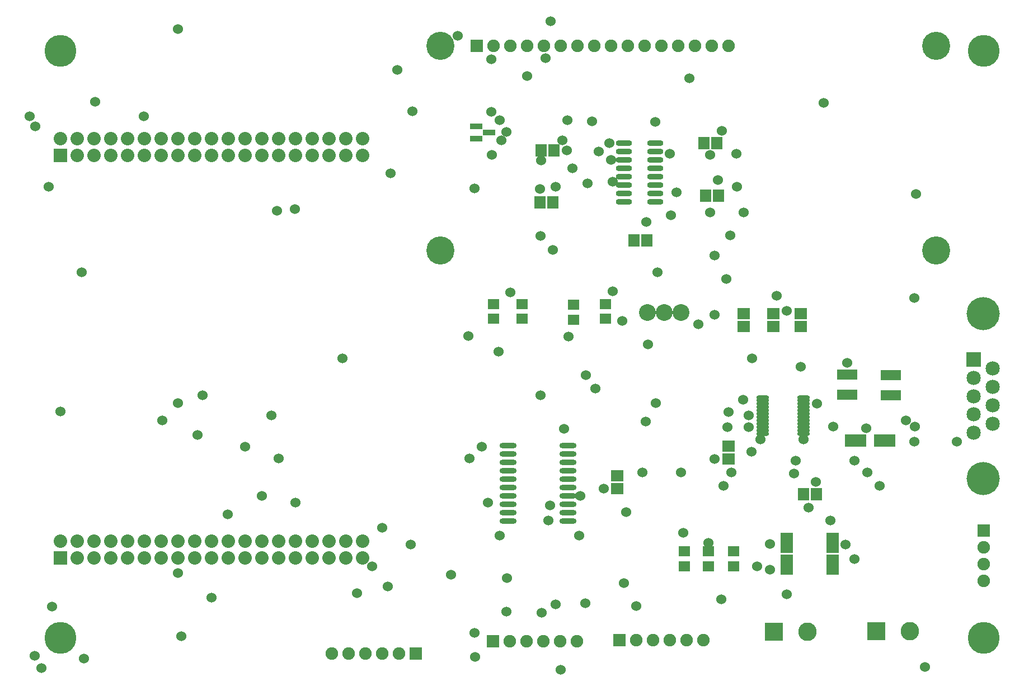
<source format=gts>
G04*
G04 #@! TF.GenerationSoftware,Altium Limited,Altium Designer,18.1.9 (240)*
G04*
G04 Layer_Color=8388736*
%FSLAX25Y25*%
%MOIN*%
G70*
G01*
G75*
%ADD16R,0.07693X0.12417*%
%ADD17R,0.12811X0.07299*%
%ADD18R,0.07299X0.06906*%
%ADD19O,0.07496X0.02378*%
%ADD20R,0.12024X0.06315*%
%ADD21R,0.06709X0.05921*%
%ADD22R,0.06906X0.07299*%
%ADD23R,0.07693X0.03362*%
%ADD24O,0.10055X0.03362*%
%ADD25O,0.09661X0.03362*%
%ADD26R,0.07500X0.07500*%
%ADD27C,0.07500*%
%ADD28R,0.11000X0.11000*%
%ADD29C,0.11000*%
%ADD30R,0.07500X0.07500*%
%ADD31C,0.10000*%
%ADD32C,0.08000*%
%ADD33R,0.08000X0.08000*%
%ADD34C,0.08500*%
%ADD35R,0.08500X0.08500*%
%ADD36C,0.19740*%
%ADD37C,0.06000*%
%ADD38C,0.16748*%
%ADD39C,0.19000*%
D16*
X457500Y67905D02*
D03*
Y81094D02*
D03*
X485000Y67905D02*
D03*
Y81094D02*
D03*
D17*
X515823Y142000D02*
D03*
X498500D02*
D03*
D18*
X449500Y210161D02*
D03*
Y217839D02*
D03*
X466000Y210161D02*
D03*
Y217839D02*
D03*
X432000Y217839D02*
D03*
Y210161D02*
D03*
X423000Y131161D02*
D03*
Y138839D02*
D03*
X356500Y113323D02*
D03*
Y121000D02*
D03*
D19*
X467606Y146173D02*
D03*
Y148142D02*
D03*
Y150110D02*
D03*
Y152079D02*
D03*
Y154047D02*
D03*
Y156016D02*
D03*
Y157984D02*
D03*
Y159953D02*
D03*
Y161921D02*
D03*
Y163890D02*
D03*
Y165858D02*
D03*
Y167827D02*
D03*
X443394Y146173D02*
D03*
Y148142D02*
D03*
Y150110D02*
D03*
Y152079D02*
D03*
Y154047D02*
D03*
Y156016D02*
D03*
Y157984D02*
D03*
Y159953D02*
D03*
Y161921D02*
D03*
Y163890D02*
D03*
Y165858D02*
D03*
Y167827D02*
D03*
D20*
X493500Y169496D02*
D03*
Y181504D02*
D03*
X519500Y181000D02*
D03*
Y168992D02*
D03*
D21*
X396500Y67071D02*
D03*
Y75929D02*
D03*
X411000Y67071D02*
D03*
Y75929D02*
D03*
X426000Y67071D02*
D03*
Y75929D02*
D03*
X300000Y214571D02*
D03*
Y223429D02*
D03*
X349500Y214571D02*
D03*
Y223429D02*
D03*
X283000Y214571D02*
D03*
Y223429D02*
D03*
X330500Y222929D02*
D03*
Y214071D02*
D03*
D22*
X467661Y110000D02*
D03*
X475339D02*
D03*
X311161Y315000D02*
D03*
X318839D02*
D03*
X310500Y284000D02*
D03*
X318177D02*
D03*
X409161Y288000D02*
D03*
X416839D02*
D03*
X366661Y261500D02*
D03*
X374339D02*
D03*
X408161Y319500D02*
D03*
X415839D02*
D03*
D23*
X272500Y329480D02*
D03*
Y322000D02*
D03*
X280374Y325740D02*
D03*
D24*
X327413Y94000D02*
D03*
Y99000D02*
D03*
Y104000D02*
D03*
Y109000D02*
D03*
Y114000D02*
D03*
Y119000D02*
D03*
Y124000D02*
D03*
Y129000D02*
D03*
Y134000D02*
D03*
Y139000D02*
D03*
X291587Y94000D02*
D03*
Y99000D02*
D03*
Y104000D02*
D03*
Y109000D02*
D03*
Y114000D02*
D03*
Y119000D02*
D03*
Y124000D02*
D03*
Y129000D02*
D03*
Y134000D02*
D03*
Y139000D02*
D03*
D25*
X360551Y319500D02*
D03*
Y314500D02*
D03*
Y309500D02*
D03*
Y304500D02*
D03*
Y299500D02*
D03*
Y294500D02*
D03*
Y289500D02*
D03*
Y284500D02*
D03*
X379449Y319500D02*
D03*
Y314500D02*
D03*
Y309500D02*
D03*
Y304500D02*
D03*
Y299500D02*
D03*
Y294500D02*
D03*
Y289500D02*
D03*
Y284500D02*
D03*
D26*
X358000Y23000D02*
D03*
X273000Y377500D02*
D03*
X282500Y22500D02*
D03*
X236500Y15000D02*
D03*
D27*
X368000Y23000D02*
D03*
X378000D02*
D03*
X388000D02*
D03*
X398000D02*
D03*
X408000D02*
D03*
X283000Y377500D02*
D03*
X293000D02*
D03*
X303000D02*
D03*
X313000D02*
D03*
X323000D02*
D03*
X333000D02*
D03*
X343000D02*
D03*
X353000D02*
D03*
X363000D02*
D03*
X373000D02*
D03*
X383000D02*
D03*
X393000D02*
D03*
X403000D02*
D03*
X413000D02*
D03*
X423000D02*
D03*
X575000Y78500D02*
D03*
Y68500D02*
D03*
Y58500D02*
D03*
X332500Y22500D02*
D03*
X322500D02*
D03*
X312500D02*
D03*
X302500D02*
D03*
X292500D02*
D03*
X186500Y15000D02*
D03*
X196500D02*
D03*
X206500D02*
D03*
X216500D02*
D03*
X226500D02*
D03*
D28*
X511000Y28283D02*
D03*
X450000Y28000D02*
D03*
D29*
X531000Y28283D02*
D03*
X470000Y28000D02*
D03*
D30*
X575000Y88500D02*
D03*
D31*
X394500Y218500D02*
D03*
X384500D02*
D03*
X374500D02*
D03*
D32*
X205000Y322000D02*
D03*
Y312000D02*
D03*
X195000Y322000D02*
D03*
Y312000D02*
D03*
X185000Y322000D02*
D03*
Y312000D02*
D03*
X175000Y322000D02*
D03*
Y312000D02*
D03*
X165000Y322000D02*
D03*
Y312000D02*
D03*
X155000Y322000D02*
D03*
Y312000D02*
D03*
X145000Y322000D02*
D03*
Y312000D02*
D03*
X135000Y322000D02*
D03*
Y312000D02*
D03*
X125000Y322000D02*
D03*
Y312000D02*
D03*
X115000Y322000D02*
D03*
Y312000D02*
D03*
X105000Y322000D02*
D03*
Y312000D02*
D03*
X95000Y322000D02*
D03*
Y312000D02*
D03*
X85000Y322000D02*
D03*
Y312000D02*
D03*
X75000Y322000D02*
D03*
Y312000D02*
D03*
X65000Y322000D02*
D03*
Y312000D02*
D03*
X55000Y322000D02*
D03*
Y312000D02*
D03*
X45000Y322000D02*
D03*
Y312000D02*
D03*
X35000Y322000D02*
D03*
Y312000D02*
D03*
X25000Y322000D02*
D03*
X205000Y82000D02*
D03*
Y72000D02*
D03*
X195000Y82000D02*
D03*
Y72000D02*
D03*
X185000Y82000D02*
D03*
Y72000D02*
D03*
X175000Y82000D02*
D03*
Y72000D02*
D03*
X165000Y82000D02*
D03*
Y72000D02*
D03*
X155000Y82000D02*
D03*
Y72000D02*
D03*
X145000Y82000D02*
D03*
Y72000D02*
D03*
X135000Y82000D02*
D03*
Y72000D02*
D03*
X125000Y82000D02*
D03*
Y72000D02*
D03*
X115000Y82000D02*
D03*
Y72000D02*
D03*
X105000Y82000D02*
D03*
Y72000D02*
D03*
X95000Y82000D02*
D03*
Y72000D02*
D03*
X85000Y82000D02*
D03*
Y72000D02*
D03*
X75000Y82000D02*
D03*
Y72000D02*
D03*
X65000Y82000D02*
D03*
Y72000D02*
D03*
X55000Y82000D02*
D03*
Y72000D02*
D03*
X45000Y82000D02*
D03*
Y72000D02*
D03*
X35000Y82000D02*
D03*
Y72000D02*
D03*
X25000Y82000D02*
D03*
D33*
Y312000D02*
D03*
Y72000D02*
D03*
D34*
X569008Y146689D02*
D03*
X580189Y152142D02*
D03*
X569008Y157595D02*
D03*
X580189Y163047D02*
D03*
X569008Y168500D02*
D03*
X580189Y173953D02*
D03*
X569008Y179405D02*
D03*
X580189Y184858D02*
D03*
D35*
X569008Y190311D02*
D03*
D36*
X574598Y217693D02*
D03*
Y119307D02*
D03*
D37*
X493500Y188500D02*
D03*
X311500Y39500D02*
D03*
X290740Y40000D02*
D03*
X271500Y27500D02*
D03*
X540000Y7000D02*
D03*
X457500Y50500D02*
D03*
X272000Y13000D02*
D03*
X323000Y5500D02*
D03*
X475500Y164169D02*
D03*
X420000Y115000D02*
D03*
X9500Y13553D02*
D03*
X440135Y67071D02*
D03*
X447642Y65000D02*
D03*
X414500Y131161D02*
D03*
X485450Y150500D02*
D03*
X20000Y43000D02*
D03*
X39000Y12000D02*
D03*
X354000Y296500D02*
D03*
X374000Y272250D02*
D03*
X311000Y264000D02*
D03*
X424000Y264500D02*
D03*
X427500Y313000D02*
D03*
X428000Y293500D02*
D03*
X345559Y314500D02*
D03*
X341500Y332500D02*
D03*
X339000Y295500D02*
D03*
X320000Y293500D02*
D03*
X379449Y332000D02*
D03*
X318177Y255630D02*
D03*
X414500Y252500D02*
D03*
X432000Y278000D02*
D03*
X412000D02*
D03*
X435000Y157000D02*
D03*
X534000Y150500D02*
D03*
X533500Y227000D02*
D03*
X451500Y228500D02*
D03*
X505000Y149500D02*
D03*
X457500Y219339D02*
D03*
X414500Y217000D02*
D03*
X411000Y81000D02*
D03*
X466000Y186000D02*
D03*
X513000Y115000D02*
D03*
X475000Y117500D02*
D03*
X505500Y123000D02*
D03*
X462000Y122500D02*
D03*
X447642Y80500D02*
D03*
X431500Y166500D02*
D03*
X442000Y142555D02*
D03*
X528500Y154000D02*
D03*
X412000Y312500D02*
D03*
X388000Y313000D02*
D03*
X416500Y297500D02*
D03*
X310500Y292000D02*
D03*
X311161Y309161D02*
D03*
X353000Y309500D02*
D03*
X352000Y319500D02*
D03*
X326500Y315000D02*
D03*
X337500Y45000D02*
D03*
X348677Y113323D02*
D03*
X334500Y109000D02*
D03*
X424500Y123000D02*
D03*
X436500Y135500D02*
D03*
X467606Y142555D02*
D03*
X435000Y150000D02*
D03*
X422421Y150110D02*
D03*
X291000Y60000D02*
D03*
X360500Y57000D02*
D03*
X362000Y99500D02*
D03*
X470500Y102000D02*
D03*
X418500Y47500D02*
D03*
X368000Y43500D02*
D03*
X396000Y87000D02*
D03*
X115000Y48500D02*
D03*
X320000Y44500D02*
D03*
X533500Y141500D02*
D03*
X559000D02*
D03*
X210500Y67000D02*
D03*
X279500Y105000D02*
D03*
X165000D02*
D03*
X268500Y131500D02*
D03*
X155000D02*
D03*
X97000Y25500D02*
D03*
X95000Y63000D02*
D03*
X380500Y242500D02*
D03*
X37500D02*
D03*
X392000Y290000D02*
D03*
X534500Y289000D02*
D03*
X437000Y191000D02*
D03*
X193000D02*
D03*
X150500Y157000D02*
D03*
X316500Y103500D02*
D03*
X145000Y109000D02*
D03*
X276000Y138500D02*
D03*
X135000D02*
D03*
X315500Y94500D02*
D03*
X124500Y98000D02*
D03*
X287500Y321000D02*
D03*
X324000D02*
D03*
X327000Y333000D02*
D03*
X286500D02*
D03*
X271500Y292500D02*
D03*
X311000Y169000D02*
D03*
X109500D02*
D03*
X479500Y343500D02*
D03*
X45500Y344000D02*
D03*
X423000Y159000D02*
D03*
X25000Y159500D02*
D03*
X421500Y238500D02*
D03*
X399500Y358000D02*
D03*
X303000Y359500D02*
D03*
X95000Y387500D02*
D03*
X317000Y392000D02*
D03*
X375000Y199500D02*
D03*
X286000Y195000D02*
D03*
X281500Y338000D02*
D03*
X282114Y312500D02*
D03*
X281500Y369500D02*
D03*
X314000Y370000D02*
D03*
X106500Y145500D02*
D03*
X325000Y149000D02*
D03*
X371500Y123000D02*
D03*
X394500D02*
D03*
X354000Y231000D02*
D03*
X292929Y230500D02*
D03*
X154000Y279000D02*
D03*
X164500Y280000D02*
D03*
X388500Y276500D02*
D03*
X330000Y304500D02*
D03*
X327500Y204000D02*
D03*
X268000Y204500D02*
D03*
X221500Y301500D02*
D03*
X225500Y363000D02*
D03*
X257500Y62000D02*
D03*
X261500Y383500D02*
D03*
X359500Y213500D02*
D03*
X405000Y211500D02*
D03*
X290740Y326000D02*
D03*
X419000Y326740D02*
D03*
X338000Y181000D02*
D03*
X343500Y173000D02*
D03*
X483500Y94500D02*
D03*
X492500Y80000D02*
D03*
X463000Y130000D02*
D03*
X498000D02*
D03*
Y71500D02*
D03*
X95000Y164500D02*
D03*
X379500D02*
D03*
X85500Y154000D02*
D03*
X373500Y153500D02*
D03*
X74500Y335500D02*
D03*
X6500D02*
D03*
X13500Y6500D02*
D03*
X10000Y329500D02*
D03*
X334000Y85500D02*
D03*
X286500D02*
D03*
X234500Y338500D02*
D03*
X233475Y80025D02*
D03*
X216500Y90000D02*
D03*
X220000Y55000D02*
D03*
X201500Y51000D02*
D03*
X18000Y293500D02*
D03*
D38*
X546622Y377500D02*
D03*
Y255453D02*
D03*
X251346D02*
D03*
Y377500D02*
D03*
D39*
X575000Y374500D02*
D03*
Y24500D02*
D03*
X25000Y374500D02*
D03*
Y24500D02*
D03*
M02*

</source>
